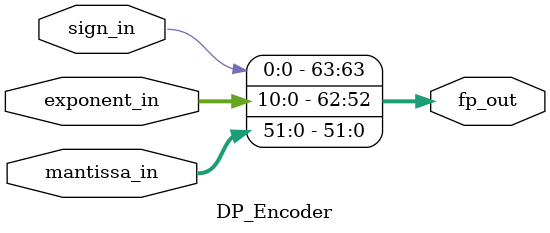
<source format=v>
module DP_Encoder (
    input         sign_in,
    input  [10:0] exponent_in,
    input  [52:0] mantissa_in,
    output [63:0] fp_out
);
    assign fp_out = {sign_in, exponent_in, mantissa_in[51:0]};
endmodule

</source>
